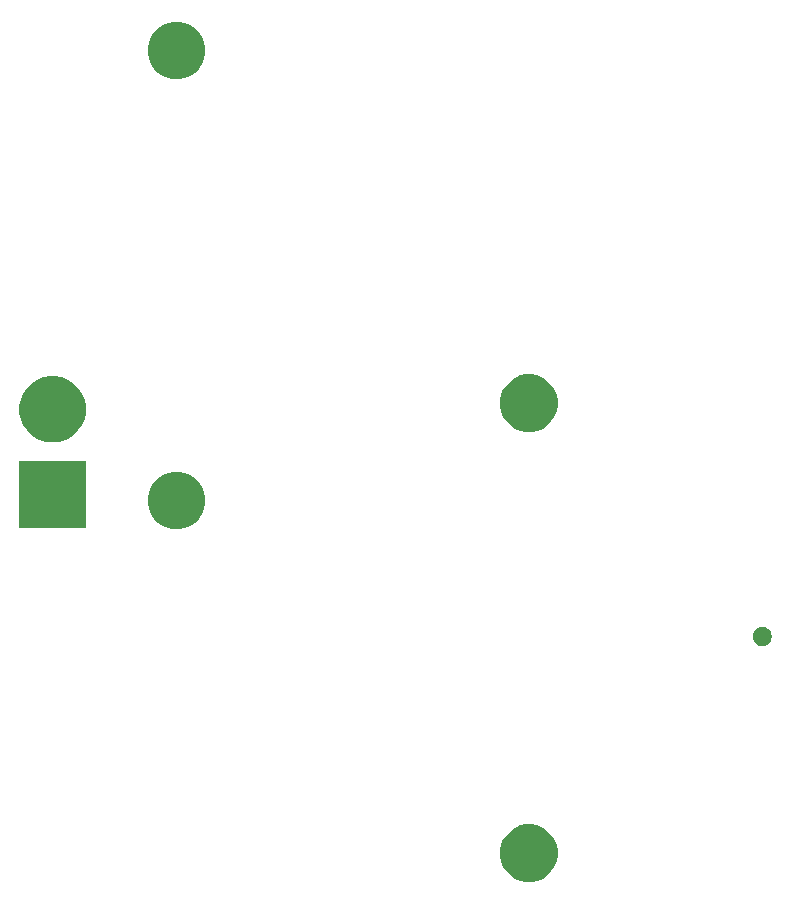
<source format=gbr>
G04 #@! TF.GenerationSoftware,KiCad,Pcbnew,(5.1.5)-3*
G04 #@! TF.CreationDate,2021-04-15T16:15:46-07:00*
G04 #@! TF.ProjectId,BattEval,42617474-4576-4616-9c2e-6b696361645f,rev?*
G04 #@! TF.SameCoordinates,Original*
G04 #@! TF.FileFunction,Soldermask,Bot*
G04 #@! TF.FilePolarity,Negative*
%FSLAX46Y46*%
G04 Gerber Fmt 4.6, Leading zero omitted, Abs format (unit mm)*
G04 Created by KiCad (PCBNEW (5.1.5)-3) date 2021-04-15 16:15:46*
%MOMM*%
%LPD*%
G04 APERTURE LIST*
%ADD10C,0.100000*%
G04 APERTURE END LIST*
D10*
G36*
X164860554Y-136407613D02*
G01*
X165303877Y-136591244D01*
X165303879Y-136591245D01*
X165702860Y-136857835D01*
X166042165Y-137197140D01*
X166308755Y-137596121D01*
X166308756Y-137596123D01*
X166492387Y-138039446D01*
X166586000Y-138510074D01*
X166586000Y-138989926D01*
X166492387Y-139460554D01*
X166308756Y-139903877D01*
X166308755Y-139903879D01*
X166042165Y-140302860D01*
X165702860Y-140642165D01*
X165303879Y-140908755D01*
X165303878Y-140908756D01*
X165303877Y-140908756D01*
X164860554Y-141092387D01*
X164389926Y-141186000D01*
X163910074Y-141186000D01*
X163439446Y-141092387D01*
X162996123Y-140908756D01*
X162996122Y-140908756D01*
X162996121Y-140908755D01*
X162597140Y-140642165D01*
X162257835Y-140302860D01*
X161991245Y-139903879D01*
X161991244Y-139903877D01*
X161807613Y-139460554D01*
X161714000Y-138989926D01*
X161714000Y-138510074D01*
X161807613Y-138039446D01*
X161991244Y-137596123D01*
X161991245Y-137596121D01*
X162257835Y-137197140D01*
X162597140Y-136857835D01*
X162996121Y-136591245D01*
X162996123Y-136591244D01*
X163439446Y-136407613D01*
X163910074Y-136314000D01*
X164389926Y-136314000D01*
X164860554Y-136407613D01*
G37*
G36*
X184133142Y-119614242D02*
G01*
X184281101Y-119675529D01*
X184414255Y-119764499D01*
X184527501Y-119877745D01*
X184616471Y-120010899D01*
X184677758Y-120158858D01*
X184709000Y-120315925D01*
X184709000Y-120476075D01*
X184677758Y-120633142D01*
X184616471Y-120781101D01*
X184527501Y-120914255D01*
X184414255Y-121027501D01*
X184281101Y-121116471D01*
X184133142Y-121177758D01*
X183976075Y-121209000D01*
X183815925Y-121209000D01*
X183658858Y-121177758D01*
X183510899Y-121116471D01*
X183377745Y-121027501D01*
X183264499Y-120914255D01*
X183175529Y-120781101D01*
X183114242Y-120633142D01*
X183083000Y-120476075D01*
X183083000Y-120315925D01*
X183114242Y-120158858D01*
X183175529Y-120010899D01*
X183264499Y-119877745D01*
X183377745Y-119764499D01*
X183510899Y-119675529D01*
X183658858Y-119614242D01*
X183815925Y-119583000D01*
X183976075Y-119583000D01*
X184133142Y-119614242D01*
G37*
G36*
X135010554Y-106557613D02*
G01*
X135453877Y-106741244D01*
X135453879Y-106741245D01*
X135852860Y-107007835D01*
X136192165Y-107347140D01*
X136458755Y-107746121D01*
X136458756Y-107746123D01*
X136642387Y-108189446D01*
X136736000Y-108660074D01*
X136736000Y-109139926D01*
X136642387Y-109610554D01*
X136458756Y-110053877D01*
X136458755Y-110053879D01*
X136192165Y-110452860D01*
X135852860Y-110792165D01*
X135453879Y-111058755D01*
X135453878Y-111058756D01*
X135453877Y-111058756D01*
X135010554Y-111242387D01*
X134539926Y-111336000D01*
X134060074Y-111336000D01*
X133589446Y-111242387D01*
X133146123Y-111058756D01*
X133146122Y-111058756D01*
X133146121Y-111058755D01*
X132747140Y-110792165D01*
X132407835Y-110452860D01*
X132141245Y-110053879D01*
X132141244Y-110053877D01*
X131957613Y-109610554D01*
X131864000Y-109139926D01*
X131864000Y-108660074D01*
X131957613Y-108189446D01*
X132141244Y-107746123D01*
X132141245Y-107746121D01*
X132407835Y-107347140D01*
X132747140Y-107007835D01*
X133146121Y-106741245D01*
X133146123Y-106741244D01*
X133589446Y-106557613D01*
X134060074Y-106464000D01*
X134539926Y-106464000D01*
X135010554Y-106557613D01*
G37*
G36*
X126634000Y-111184000D02*
G01*
X121016000Y-111184000D01*
X121016000Y-105566000D01*
X126634000Y-105566000D01*
X126634000Y-111184000D01*
G37*
G36*
X124463457Y-98437965D02*
G01*
X124644355Y-98473948D01*
X125155561Y-98685696D01*
X125615633Y-98993107D01*
X126006893Y-99384367D01*
X126314304Y-99844439D01*
X126526052Y-100355645D01*
X126634000Y-100898338D01*
X126634000Y-101451662D01*
X126526052Y-101994355D01*
X126314304Y-102505561D01*
X126006893Y-102965633D01*
X125615633Y-103356893D01*
X125155561Y-103664304D01*
X124644355Y-103876052D01*
X124463457Y-103912035D01*
X124101664Y-103984000D01*
X123548336Y-103984000D01*
X123186543Y-103912035D01*
X123005645Y-103876052D01*
X122494439Y-103664304D01*
X122034367Y-103356893D01*
X121643107Y-102965633D01*
X121335696Y-102505561D01*
X121123948Y-101994355D01*
X121016000Y-101451662D01*
X121016000Y-100898338D01*
X121123948Y-100355645D01*
X121335696Y-99844439D01*
X121643107Y-99384367D01*
X122034367Y-98993107D01*
X122494439Y-98685696D01*
X123005645Y-98473948D01*
X123186543Y-98437965D01*
X123548336Y-98366000D01*
X124101664Y-98366000D01*
X124463457Y-98437965D01*
G37*
G36*
X164860554Y-98307613D02*
G01*
X165303877Y-98491244D01*
X165303879Y-98491245D01*
X165702860Y-98757835D01*
X166042165Y-99097140D01*
X166234084Y-99384368D01*
X166308756Y-99496123D01*
X166492387Y-99939446D01*
X166586000Y-100410074D01*
X166586000Y-100889926D01*
X166492387Y-101360554D01*
X166308756Y-101803877D01*
X166308755Y-101803879D01*
X166042165Y-102202860D01*
X165702860Y-102542165D01*
X165303879Y-102808755D01*
X165303878Y-102808756D01*
X165303877Y-102808756D01*
X164860554Y-102992387D01*
X164389926Y-103086000D01*
X163910074Y-103086000D01*
X163439446Y-102992387D01*
X162996123Y-102808756D01*
X162996122Y-102808756D01*
X162996121Y-102808755D01*
X162597140Y-102542165D01*
X162257835Y-102202860D01*
X161991245Y-101803879D01*
X161991244Y-101803877D01*
X161807613Y-101360554D01*
X161714000Y-100889926D01*
X161714000Y-100410074D01*
X161807613Y-99939446D01*
X161991244Y-99496123D01*
X162065916Y-99384368D01*
X162257835Y-99097140D01*
X162597140Y-98757835D01*
X162996121Y-98491245D01*
X162996123Y-98491244D01*
X163439446Y-98307613D01*
X163910074Y-98214000D01*
X164389926Y-98214000D01*
X164860554Y-98307613D01*
G37*
G36*
X135010554Y-68457613D02*
G01*
X135453877Y-68641244D01*
X135453879Y-68641245D01*
X135852860Y-68907835D01*
X136192165Y-69247140D01*
X136458755Y-69646121D01*
X136458756Y-69646123D01*
X136642387Y-70089446D01*
X136736000Y-70560074D01*
X136736000Y-71039926D01*
X136642387Y-71510554D01*
X136458756Y-71953877D01*
X136458755Y-71953879D01*
X136192165Y-72352860D01*
X135852860Y-72692165D01*
X135453879Y-72958755D01*
X135453878Y-72958756D01*
X135453877Y-72958756D01*
X135010554Y-73142387D01*
X134539926Y-73236000D01*
X134060074Y-73236000D01*
X133589446Y-73142387D01*
X133146123Y-72958756D01*
X133146122Y-72958756D01*
X133146121Y-72958755D01*
X132747140Y-72692165D01*
X132407835Y-72352860D01*
X132141245Y-71953879D01*
X132141244Y-71953877D01*
X131957613Y-71510554D01*
X131864000Y-71039926D01*
X131864000Y-70560074D01*
X131957613Y-70089446D01*
X132141244Y-69646123D01*
X132141245Y-69646121D01*
X132407835Y-69247140D01*
X132747140Y-68907835D01*
X133146121Y-68641245D01*
X133146123Y-68641244D01*
X133589446Y-68457613D01*
X134060074Y-68364000D01*
X134539926Y-68364000D01*
X135010554Y-68457613D01*
G37*
M02*

</source>
